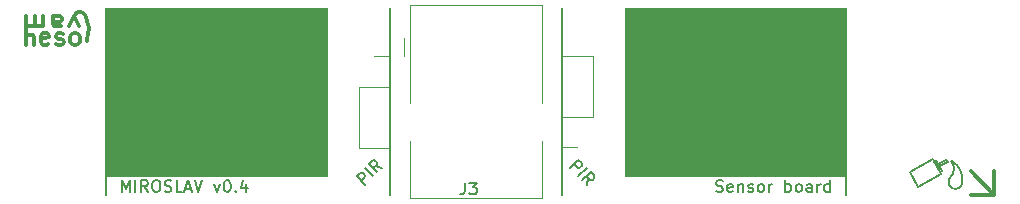
<source format=gto>
%TF.GenerationSoftware,KiCad,Pcbnew,5.1.10*%
%TF.CreationDate,2021-12-13T09:12:55+01:00*%
%TF.ProjectId,sensor_board,73656e73-6f72-45f6-926f-6172642e6b69,rev?*%
%TF.SameCoordinates,Original*%
%TF.FileFunction,Legend,Top*%
%TF.FilePolarity,Positive*%
%FSLAX46Y46*%
G04 Gerber Fmt 4.6, Leading zero omitted, Abs format (unit mm)*
G04 Created by KiCad (PCBNEW 5.1.10) date 2021-12-13 09:12:55*
%MOMM*%
%LPD*%
G01*
G04 APERTURE LIST*
%ADD10C,0.300000*%
%ADD11C,0.150000*%
%ADD12C,0.100000*%
%ADD13C,0.120000*%
%ADD14O,11.300000X7.000000*%
%ADD15C,7.000000*%
%ADD16R,1.500000X1.500000*%
%ADD17C,1.500000*%
%ADD18C,3.250000*%
%ADD19O,1.700000X1.700000*%
%ADD20R,1.700000X1.700000*%
G04 APERTURE END LIST*
D10*
X105567442Y-79830871D02*
X105162680Y-78964204D01*
X104757919Y-79830871D01*
X103381728Y-78964204D02*
X103381728Y-79645157D01*
X103462680Y-79768966D01*
X103624585Y-79830871D01*
X103948395Y-79830871D01*
X104110300Y-79768966D01*
X103381728Y-79026109D02*
X103543633Y-78964204D01*
X103948395Y-78964204D01*
X104110300Y-79026109D01*
X104191252Y-79149919D01*
X104191252Y-79273728D01*
X104110300Y-79397538D01*
X103948395Y-79459442D01*
X103543633Y-79459442D01*
X103381728Y-79521347D01*
X102572204Y-78964204D02*
X102572204Y-79830871D01*
X102572204Y-79707061D02*
X102491252Y-79768966D01*
X102329347Y-79830871D01*
X102086490Y-79830871D01*
X101924585Y-79768966D01*
X101843633Y-79645157D01*
X101843633Y-78964204D01*
X101843633Y-79645157D02*
X101762680Y-79768966D01*
X101600776Y-79830871D01*
X101357919Y-79830871D01*
X101196014Y-79768966D01*
X101115061Y-79645157D01*
X101115061Y-78964204D01*
X101114000Y-81343000D02*
X101114000Y-78957940D01*
X105183816Y-78955842D02*
G75*
G02*
X106125955Y-78883232I484404J-136718D01*
G01*
X106148280Y-78919840D02*
G75*
G02*
X106246668Y-81062123I-2146971J-1172004D01*
G01*
X103001980Y-81325302D02*
X102859122Y-81396731D01*
X102573408Y-81396731D01*
X102430551Y-81325302D01*
X102359122Y-81182445D01*
X102359122Y-80611017D01*
X102430551Y-80468160D01*
X102573408Y-80396731D01*
X102859122Y-80396731D01*
X103001980Y-80468160D01*
X103073408Y-80611017D01*
X103073408Y-80753874D01*
X102359122Y-80896731D01*
X103644837Y-81325302D02*
X103787694Y-81396731D01*
X104073408Y-81396731D01*
X104216265Y-81325302D01*
X104287694Y-81182445D01*
X104287694Y-81111017D01*
X104216265Y-80968160D01*
X104073408Y-80896731D01*
X103859122Y-80896731D01*
X103716265Y-80825302D01*
X103644837Y-80682445D01*
X103644837Y-80611017D01*
X103716265Y-80468160D01*
X103859122Y-80396731D01*
X104073408Y-80396731D01*
X104216265Y-80468160D01*
X105144837Y-81396731D02*
X105001980Y-81325302D01*
X104930551Y-81253874D01*
X104859122Y-81111017D01*
X104859122Y-80682445D01*
X104930551Y-80539588D01*
X105001980Y-80468160D01*
X105144837Y-80396731D01*
X105359122Y-80396731D01*
X105501980Y-80468160D01*
X105573408Y-80539588D01*
X105644837Y-80682445D01*
X105644837Y-81111017D01*
X105573408Y-81253874D01*
X105501980Y-81325302D01*
X105359122Y-81396731D01*
X105144837Y-81396731D01*
X101115151Y-81392615D02*
X101115151Y-80092615D01*
X101758008Y-81392615D02*
X101758008Y-80711662D01*
X101686580Y-80587853D01*
X101543722Y-80525948D01*
X101329437Y-80525948D01*
X101186580Y-80587853D01*
X101115151Y-80649758D01*
D11*
X129812774Y-93226988D02*
X129105668Y-92519881D01*
X129375042Y-92250507D01*
X129476057Y-92216835D01*
X129543400Y-92216835D01*
X129644416Y-92250507D01*
X129745431Y-92351522D01*
X129779103Y-92452538D01*
X129779103Y-92519881D01*
X129745431Y-92620896D01*
X129476057Y-92890270D01*
X130519881Y-92519881D02*
X129812774Y-91812774D01*
X131260660Y-91779103D02*
X130688240Y-91678087D01*
X130856599Y-92183164D02*
X130149492Y-91476057D01*
X130418866Y-91206683D01*
X130519881Y-91173011D01*
X130587225Y-91173011D01*
X130688240Y-91206683D01*
X130789255Y-91307698D01*
X130822927Y-91408713D01*
X130822927Y-91476057D01*
X130789255Y-91577072D01*
X130519881Y-91846446D01*
D12*
G36*
X170500000Y-92500000D02*
G01*
X151800000Y-92500000D01*
X151800000Y-78300000D01*
X170500000Y-78300000D01*
X170500000Y-92500000D01*
G37*
X170500000Y-92500000D02*
X151800000Y-92500000D01*
X151800000Y-78300000D01*
X170500000Y-78300000D01*
X170500000Y-92500000D01*
G36*
X126600000Y-92500000D02*
G01*
X107900000Y-92500000D01*
X107900000Y-78300000D01*
X126600000Y-78300000D01*
X126600000Y-92500000D01*
G37*
X126600000Y-92500000D02*
X107900000Y-92500000D01*
X107900000Y-78300000D01*
X126600000Y-78300000D01*
X126600000Y-92500000D01*
D11*
X159545357Y-93804761D02*
X159688214Y-93852380D01*
X159926309Y-93852380D01*
X160021547Y-93804761D01*
X160069166Y-93757142D01*
X160116785Y-93661904D01*
X160116785Y-93566666D01*
X160069166Y-93471428D01*
X160021547Y-93423809D01*
X159926309Y-93376190D01*
X159735833Y-93328571D01*
X159640595Y-93280952D01*
X159592976Y-93233333D01*
X159545357Y-93138095D01*
X159545357Y-93042857D01*
X159592976Y-92947619D01*
X159640595Y-92900000D01*
X159735833Y-92852380D01*
X159973928Y-92852380D01*
X160116785Y-92900000D01*
X160926309Y-93804761D02*
X160831071Y-93852380D01*
X160640595Y-93852380D01*
X160545357Y-93804761D01*
X160497738Y-93709523D01*
X160497738Y-93328571D01*
X160545357Y-93233333D01*
X160640595Y-93185714D01*
X160831071Y-93185714D01*
X160926309Y-93233333D01*
X160973928Y-93328571D01*
X160973928Y-93423809D01*
X160497738Y-93519047D01*
X161402500Y-93185714D02*
X161402500Y-93852380D01*
X161402500Y-93280952D02*
X161450119Y-93233333D01*
X161545357Y-93185714D01*
X161688214Y-93185714D01*
X161783452Y-93233333D01*
X161831071Y-93328571D01*
X161831071Y-93852380D01*
X162259642Y-93804761D02*
X162354880Y-93852380D01*
X162545357Y-93852380D01*
X162640595Y-93804761D01*
X162688214Y-93709523D01*
X162688214Y-93661904D01*
X162640595Y-93566666D01*
X162545357Y-93519047D01*
X162402500Y-93519047D01*
X162307261Y-93471428D01*
X162259642Y-93376190D01*
X162259642Y-93328571D01*
X162307261Y-93233333D01*
X162402500Y-93185714D01*
X162545357Y-93185714D01*
X162640595Y-93233333D01*
X163259642Y-93852380D02*
X163164404Y-93804761D01*
X163116785Y-93757142D01*
X163069166Y-93661904D01*
X163069166Y-93376190D01*
X163116785Y-93280952D01*
X163164404Y-93233333D01*
X163259642Y-93185714D01*
X163402500Y-93185714D01*
X163497738Y-93233333D01*
X163545357Y-93280952D01*
X163592976Y-93376190D01*
X163592976Y-93661904D01*
X163545357Y-93757142D01*
X163497738Y-93804761D01*
X163402500Y-93852380D01*
X163259642Y-93852380D01*
X164021547Y-93852380D02*
X164021547Y-93185714D01*
X164021547Y-93376190D02*
X164069166Y-93280952D01*
X164116785Y-93233333D01*
X164212023Y-93185714D01*
X164307261Y-93185714D01*
X165402500Y-93852380D02*
X165402500Y-92852380D01*
X165402500Y-93233333D02*
X165497738Y-93185714D01*
X165688214Y-93185714D01*
X165783452Y-93233333D01*
X165831071Y-93280952D01*
X165878690Y-93376190D01*
X165878690Y-93661904D01*
X165831071Y-93757142D01*
X165783452Y-93804761D01*
X165688214Y-93852380D01*
X165497738Y-93852380D01*
X165402500Y-93804761D01*
X166450119Y-93852380D02*
X166354880Y-93804761D01*
X166307261Y-93757142D01*
X166259642Y-93661904D01*
X166259642Y-93376190D01*
X166307261Y-93280952D01*
X166354880Y-93233333D01*
X166450119Y-93185714D01*
X166592976Y-93185714D01*
X166688214Y-93233333D01*
X166735833Y-93280952D01*
X166783452Y-93376190D01*
X166783452Y-93661904D01*
X166735833Y-93757142D01*
X166688214Y-93804761D01*
X166592976Y-93852380D01*
X166450119Y-93852380D01*
X167640595Y-93852380D02*
X167640595Y-93328571D01*
X167592976Y-93233333D01*
X167497738Y-93185714D01*
X167307261Y-93185714D01*
X167212023Y-93233333D01*
X167640595Y-93804761D02*
X167545357Y-93852380D01*
X167307261Y-93852380D01*
X167212023Y-93804761D01*
X167164404Y-93709523D01*
X167164404Y-93614285D01*
X167212023Y-93519047D01*
X167307261Y-93471428D01*
X167545357Y-93471428D01*
X167640595Y-93423809D01*
X168116785Y-93852380D02*
X168116785Y-93185714D01*
X168116785Y-93376190D02*
X168164404Y-93280952D01*
X168212023Y-93233333D01*
X168307261Y-93185714D01*
X168402500Y-93185714D01*
X169164404Y-93852380D02*
X169164404Y-92852380D01*
X169164404Y-93804761D02*
X169069166Y-93852380D01*
X168878690Y-93852380D01*
X168783452Y-93804761D01*
X168735833Y-93757142D01*
X168688214Y-93661904D01*
X168688214Y-93376190D01*
X168735833Y-93280952D01*
X168783452Y-93233333D01*
X168878690Y-93185714D01*
X169069166Y-93185714D01*
X169164404Y-93233333D01*
X109235595Y-93852380D02*
X109235595Y-92852380D01*
X109568928Y-93566666D01*
X109902261Y-92852380D01*
X109902261Y-93852380D01*
X110378452Y-93852380D02*
X110378452Y-92852380D01*
X111426071Y-93852380D02*
X111092738Y-93376190D01*
X110854642Y-93852380D02*
X110854642Y-92852380D01*
X111235595Y-92852380D01*
X111330833Y-92900000D01*
X111378452Y-92947619D01*
X111426071Y-93042857D01*
X111426071Y-93185714D01*
X111378452Y-93280952D01*
X111330833Y-93328571D01*
X111235595Y-93376190D01*
X110854642Y-93376190D01*
X112045119Y-92852380D02*
X112235595Y-92852380D01*
X112330833Y-92900000D01*
X112426071Y-92995238D01*
X112473690Y-93185714D01*
X112473690Y-93519047D01*
X112426071Y-93709523D01*
X112330833Y-93804761D01*
X112235595Y-93852380D01*
X112045119Y-93852380D01*
X111949880Y-93804761D01*
X111854642Y-93709523D01*
X111807023Y-93519047D01*
X111807023Y-93185714D01*
X111854642Y-92995238D01*
X111949880Y-92900000D01*
X112045119Y-92852380D01*
X112854642Y-93804761D02*
X112997500Y-93852380D01*
X113235595Y-93852380D01*
X113330833Y-93804761D01*
X113378452Y-93757142D01*
X113426071Y-93661904D01*
X113426071Y-93566666D01*
X113378452Y-93471428D01*
X113330833Y-93423809D01*
X113235595Y-93376190D01*
X113045119Y-93328571D01*
X112949880Y-93280952D01*
X112902261Y-93233333D01*
X112854642Y-93138095D01*
X112854642Y-93042857D01*
X112902261Y-92947619D01*
X112949880Y-92900000D01*
X113045119Y-92852380D01*
X113283214Y-92852380D01*
X113426071Y-92900000D01*
X114330833Y-93852380D02*
X113854642Y-93852380D01*
X113854642Y-92852380D01*
X114616547Y-93566666D02*
X115092738Y-93566666D01*
X114521309Y-93852380D02*
X114854642Y-92852380D01*
X115187976Y-93852380D01*
X115378452Y-92852380D02*
X115711785Y-93852380D01*
X116045119Y-92852380D01*
X117045119Y-93185714D02*
X117283214Y-93852380D01*
X117521309Y-93185714D01*
X118092738Y-92852380D02*
X118187976Y-92852380D01*
X118283214Y-92900000D01*
X118330833Y-92947619D01*
X118378452Y-93042857D01*
X118426071Y-93233333D01*
X118426071Y-93471428D01*
X118378452Y-93661904D01*
X118330833Y-93757142D01*
X118283214Y-93804761D01*
X118187976Y-93852380D01*
X118092738Y-93852380D01*
X117997500Y-93804761D01*
X117949880Y-93757142D01*
X117902261Y-93661904D01*
X117854642Y-93471428D01*
X117854642Y-93233333D01*
X117902261Y-93042857D01*
X117949880Y-92947619D01*
X117997500Y-92900000D01*
X118092738Y-92852380D01*
X118854642Y-93757142D02*
X118902261Y-93804761D01*
X118854642Y-93852380D01*
X118807023Y-93804761D01*
X118854642Y-93757142D01*
X118854642Y-93852380D01*
X119759404Y-93185714D02*
X119759404Y-93852380D01*
X119521309Y-92804761D02*
X119283214Y-93519047D01*
X119902261Y-93519047D01*
X147173011Y-91812774D02*
X147880118Y-91105668D01*
X148149492Y-91375042D01*
X148183164Y-91476057D01*
X148183164Y-91543400D01*
X148149492Y-91644416D01*
X148048477Y-91745431D01*
X147947461Y-91779103D01*
X147880118Y-91779103D01*
X147779103Y-91745431D01*
X147509729Y-91476057D01*
X147880118Y-92519881D02*
X148587225Y-91812774D01*
X148620896Y-93260660D02*
X148721912Y-92688240D01*
X148216835Y-92856599D02*
X148923942Y-92149492D01*
X149193316Y-92418866D01*
X149226988Y-92519881D01*
X149226988Y-92587225D01*
X149193316Y-92688240D01*
X149092301Y-92789255D01*
X148991286Y-92822927D01*
X148923942Y-92822927D01*
X148822927Y-92789255D01*
X148553553Y-92519881D01*
X131920000Y-78300000D02*
X131920000Y-94100000D01*
X146480000Y-78300000D02*
X146480000Y-94100000D01*
X170500000Y-78300000D02*
X170500000Y-94100000D01*
X107900000Y-78300000D02*
X107900000Y-94100000D01*
X179135641Y-91286603D02*
X178442820Y-91686603D01*
X179035641Y-91113397D02*
X179135641Y-91286603D01*
X178342820Y-91513397D02*
X179035641Y-91113397D01*
X178642820Y-92033013D02*
X178469615Y-92133013D01*
X178142820Y-91166987D02*
X178642820Y-92033013D01*
X177969615Y-91266987D02*
X178142820Y-91166987D01*
X177869615Y-91093782D02*
X175964359Y-92193782D01*
X178569615Y-92306218D02*
X177869615Y-91093782D01*
X176664359Y-93406218D02*
X178569615Y-92306218D01*
X175964359Y-92193782D02*
X176664359Y-93406218D01*
X180381217Y-93073806D02*
G75*
G02*
X179326793Y-92634631I-585175J80423D01*
G01*
X179467670Y-91217514D02*
G75*
G02*
X180381217Y-93073806I-881107J-1586564D01*
G01*
X179455778Y-91238931D02*
G75*
G02*
X179326793Y-92634631I-802188J-629675D01*
G01*
D10*
X183100000Y-94100000D02*
X183100000Y-92100000D01*
X183100000Y-94100000D02*
X181100000Y-94100000D01*
X181100000Y-92100000D02*
X183100000Y-94100000D01*
D13*
X133585000Y-94390000D02*
X144765000Y-94390000D01*
X144765000Y-94390000D02*
X144765000Y-89540000D01*
X133585000Y-78010000D02*
X144765000Y-78010000D01*
X144765000Y-86300000D02*
X144765000Y-78010000D01*
X133585000Y-86300000D02*
X133585000Y-78010000D01*
X133585000Y-94390000D02*
X133585000Y-89540000D01*
X133085000Y-80820000D02*
X133085000Y-82320000D01*
X129270000Y-84945000D02*
X131930000Y-84945000D01*
X129270000Y-84945000D02*
X129270000Y-90085000D01*
X129270000Y-90085000D02*
X131930000Y-90085000D01*
X131930000Y-84945000D02*
X131930000Y-90085000D01*
X131930000Y-82345000D02*
X131930000Y-83675000D01*
X130600000Y-82345000D02*
X131930000Y-82345000D01*
X149130000Y-87455000D02*
X146470000Y-87455000D01*
X149130000Y-87455000D02*
X149130000Y-82315000D01*
X149130000Y-82315000D02*
X146470000Y-82315000D01*
X146470000Y-87455000D02*
X146470000Y-82315000D01*
X146470000Y-90055000D02*
X146470000Y-88725000D01*
X147800000Y-90055000D02*
X146470000Y-90055000D01*
D11*
X138266666Y-93052380D02*
X138266666Y-93766666D01*
X138219047Y-93909523D01*
X138123809Y-94004761D01*
X137980952Y-94052380D01*
X137885714Y-94052380D01*
X138647619Y-93052380D02*
X139266666Y-93052380D01*
X138933333Y-93433333D01*
X139076190Y-93433333D01*
X139171428Y-93480952D01*
X139219047Y-93528571D01*
X139266666Y-93623809D01*
X139266666Y-93861904D01*
X139219047Y-93957142D01*
X139171428Y-94004761D01*
X139076190Y-94052380D01*
X138790476Y-94052380D01*
X138695238Y-94004761D01*
X138647619Y-93957142D01*
%LPC*%
D14*
X176850000Y-86200000D03*
D15*
X103700000Y-86200000D03*
D16*
X137265000Y-81570000D03*
D17*
X138535000Y-79030000D03*
X139805000Y-81570000D03*
X141075000Y-79030000D03*
D18*
X142985000Y-87920000D03*
X135365000Y-87920000D03*
D19*
X130600000Y-88755000D03*
X130600000Y-86215000D03*
D20*
X130600000Y-83675000D03*
D19*
X147800000Y-83645000D03*
X147800000Y-86185000D03*
D20*
X147800000Y-88725000D03*
M02*

</source>
